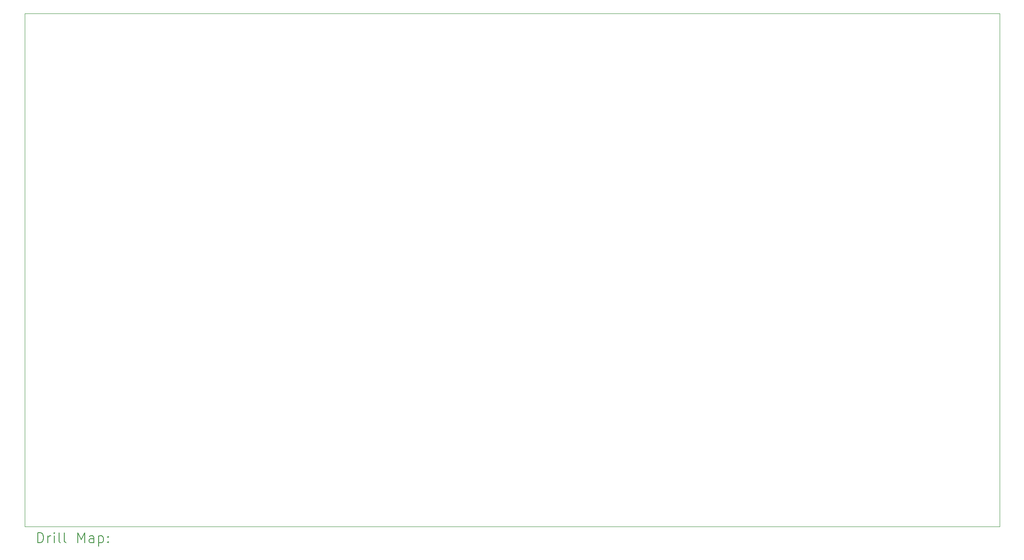
<source format=gbr>
%FSLAX45Y45*%
G04 Gerber Fmt 4.5, Leading zero omitted, Abs format (unit mm)*
G04 Created by KiCad (PCBNEW 6.0.0-rc2-1.20211220git160328a.fc35) date 2022-01-02 14:27:41*
%MOMM*%
%LPD*%
G01*
G04 APERTURE LIST*
%TA.AperFunction,Profile*%
%ADD10C,0.100000*%
%TD*%
%ADD11C,0.200000*%
G04 APERTURE END LIST*
D10*
X25300000Y-13000000D02*
X6300000Y-13000000D01*
X6300000Y-13000000D02*
X6300000Y-3000000D01*
X25300000Y-3000000D02*
X25300000Y-13000000D01*
X6300000Y-3000000D02*
X25300000Y-3000000D01*
D11*
X6552619Y-13315476D02*
X6552619Y-13115476D01*
X6600238Y-13115476D01*
X6628809Y-13125000D01*
X6647857Y-13144048D01*
X6657381Y-13163095D01*
X6666905Y-13201190D01*
X6666905Y-13229762D01*
X6657381Y-13267857D01*
X6647857Y-13286905D01*
X6628809Y-13305952D01*
X6600238Y-13315476D01*
X6552619Y-13315476D01*
X6752619Y-13315476D02*
X6752619Y-13182143D01*
X6752619Y-13220238D02*
X6762143Y-13201190D01*
X6771667Y-13191667D01*
X6790714Y-13182143D01*
X6809762Y-13182143D01*
X6876428Y-13315476D02*
X6876428Y-13182143D01*
X6876428Y-13115476D02*
X6866905Y-13125000D01*
X6876428Y-13134524D01*
X6885952Y-13125000D01*
X6876428Y-13115476D01*
X6876428Y-13134524D01*
X7000238Y-13315476D02*
X6981190Y-13305952D01*
X6971667Y-13286905D01*
X6971667Y-13115476D01*
X7105000Y-13315476D02*
X7085952Y-13305952D01*
X7076428Y-13286905D01*
X7076428Y-13115476D01*
X7333571Y-13315476D02*
X7333571Y-13115476D01*
X7400238Y-13258333D01*
X7466905Y-13115476D01*
X7466905Y-13315476D01*
X7647857Y-13315476D02*
X7647857Y-13210714D01*
X7638333Y-13191667D01*
X7619286Y-13182143D01*
X7581190Y-13182143D01*
X7562143Y-13191667D01*
X7647857Y-13305952D02*
X7628809Y-13315476D01*
X7581190Y-13315476D01*
X7562143Y-13305952D01*
X7552619Y-13286905D01*
X7552619Y-13267857D01*
X7562143Y-13248809D01*
X7581190Y-13239286D01*
X7628809Y-13239286D01*
X7647857Y-13229762D01*
X7743095Y-13182143D02*
X7743095Y-13382143D01*
X7743095Y-13191667D02*
X7762143Y-13182143D01*
X7800238Y-13182143D01*
X7819286Y-13191667D01*
X7828809Y-13201190D01*
X7838333Y-13220238D01*
X7838333Y-13277381D01*
X7828809Y-13296428D01*
X7819286Y-13305952D01*
X7800238Y-13315476D01*
X7762143Y-13315476D01*
X7743095Y-13305952D01*
X7924048Y-13296428D02*
X7933571Y-13305952D01*
X7924048Y-13315476D01*
X7914524Y-13305952D01*
X7924048Y-13296428D01*
X7924048Y-13315476D01*
X7924048Y-13191667D02*
X7933571Y-13201190D01*
X7924048Y-13210714D01*
X7914524Y-13201190D01*
X7924048Y-13191667D01*
X7924048Y-13210714D01*
M02*

</source>
